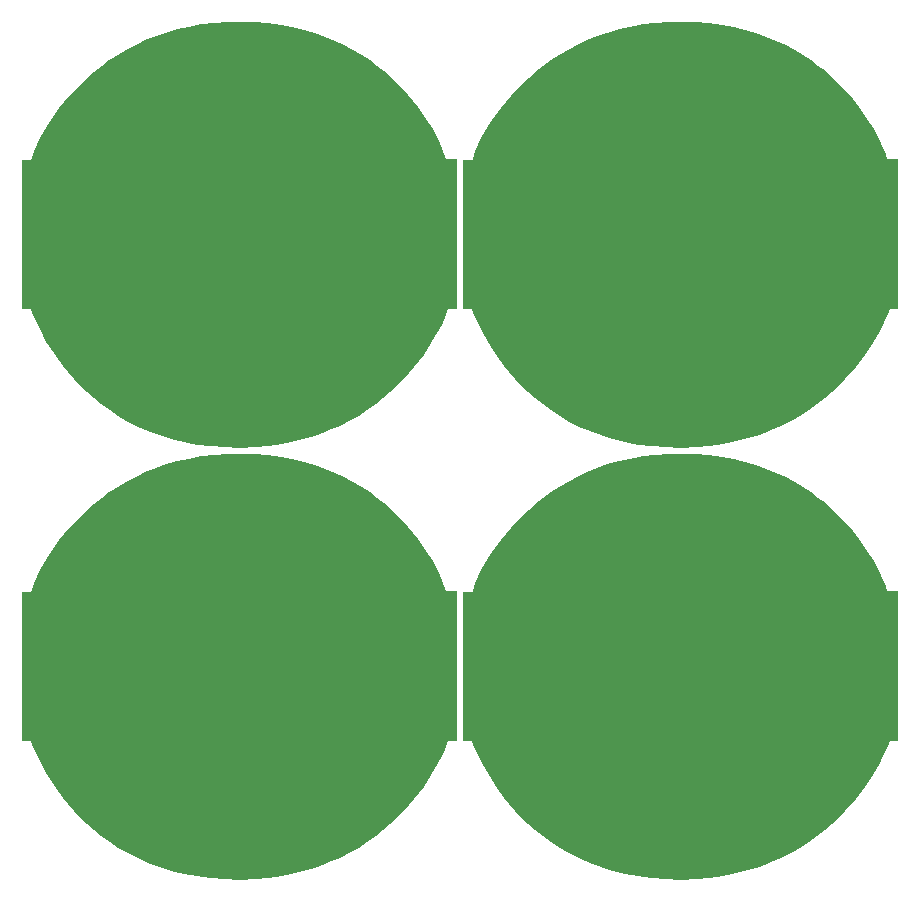
<source format=gbr>
%TF.GenerationSoftware,KiCad,Pcbnew,8.0.4*%
%TF.CreationDate,2024-08-25T23:20:03-07:00*%
%TF.ProjectId,HackthePlanetPin_panelized,4861636b-7468-4655-906c-616e65745069,rev?*%
%TF.SameCoordinates,Original*%
%TF.FileFunction,Copper,L1,Top*%
%TF.FilePolarity,Positive*%
%FSLAX46Y46*%
G04 Gerber Fmt 4.6, Leading zero omitted, Abs format (unit mm)*
G04 Created by KiCad (PCBNEW 8.0.4) date 2024-08-25 23:20:03*
%MOMM*%
%LPD*%
G01*
G04 APERTURE LIST*
%TA.AperFunction,NonConductor*%
%ADD10C,0.000000*%
%TD*%
G04 APERTURE END LIST*
D10*
%TA.AperFunction,NonConductor*%
G36*
X185875204Y-41021374D02*
G01*
X186976954Y-41110617D01*
X188032594Y-41250747D01*
X189042887Y-41438472D01*
X190008601Y-41670497D01*
X190930500Y-41943532D01*
X191809350Y-42254281D01*
X192645915Y-42599453D01*
X193440961Y-42975755D01*
X194195253Y-43379894D01*
X194909557Y-43808577D01*
X195584638Y-44258510D01*
X196221261Y-44726402D01*
X196820192Y-45208960D01*
X197908037Y-46204899D01*
X198854295Y-47219985D01*
X199665088Y-48227874D01*
X200346540Y-49202224D01*
X200904772Y-50116692D01*
X201345906Y-50944934D01*
X201676065Y-51660608D01*
X201901371Y-52237371D01*
X202027946Y-52648878D01*
X202991083Y-52655149D01*
X202977588Y-65297758D01*
X202244164Y-65309349D01*
X202151295Y-65588036D01*
X201950317Y-66076332D01*
X201687354Y-66637024D01*
X201305636Y-67364587D01*
X200797338Y-68225901D01*
X200154631Y-69187849D01*
X199369688Y-70217310D01*
X198921431Y-70747009D01*
X198434680Y-71281167D01*
X197908456Y-71815644D01*
X197341780Y-72346300D01*
X196733675Y-72868995D01*
X196083162Y-73379590D01*
X195389261Y-73873944D01*
X194650996Y-74347918D01*
X193867386Y-74797372D01*
X193037455Y-75218166D01*
X192160223Y-75606160D01*
X191234712Y-75957215D01*
X190259943Y-76267189D01*
X189234938Y-76531945D01*
X188158719Y-76747341D01*
X187030307Y-76909238D01*
X185848724Y-77013496D01*
X184612991Y-77055975D01*
X183331759Y-77032289D01*
X182109578Y-76942942D01*
X180945236Y-76792289D01*
X179837521Y-76584686D01*
X178785222Y-76324486D01*
X177787127Y-76016046D01*
X176842026Y-75663720D01*
X175948706Y-75271863D01*
X175105955Y-74844831D01*
X174312563Y-74386978D01*
X173567318Y-73902660D01*
X172869009Y-73396232D01*
X172216423Y-72872049D01*
X171608350Y-72334465D01*
X170520895Y-71236518D01*
X169596952Y-70137231D01*
X168826829Y-69071446D01*
X168200833Y-68074002D01*
X167709274Y-67179741D01*
X167090695Y-65840129D01*
X166893557Y-65331335D01*
X166656791Y-65328082D01*
X166422460Y-65326425D01*
X166135526Y-65325780D01*
X166146083Y-52696504D01*
X166516228Y-52699203D01*
X166781117Y-52700120D01*
X166923402Y-52698568D01*
X166923763Y-52695064D01*
X166924080Y-52692386D01*
X166924365Y-52690405D01*
X166924629Y-52688990D01*
X166924884Y-52688014D01*
X166925142Y-52687346D01*
X166925415Y-52686859D01*
X166925714Y-52686422D01*
X166926051Y-52685908D01*
X166926438Y-52685186D01*
X166926887Y-52684128D01*
X166927409Y-52682605D01*
X166928017Y-52680487D01*
X166928721Y-52677646D01*
X166929533Y-52673953D01*
X166930466Y-52669278D01*
X167034884Y-52300096D01*
X167248792Y-51751025D01*
X167577523Y-51050298D01*
X168026412Y-50226148D01*
X168600790Y-49306808D01*
X169305992Y-48320512D01*
X170147350Y-47295493D01*
X170620754Y-46777286D01*
X171130197Y-46259985D01*
X171676346Y-45747120D01*
X172259867Y-45242221D01*
X172881428Y-44748816D01*
X173541693Y-44270434D01*
X174241331Y-43810605D01*
X174981008Y-43372858D01*
X175761391Y-42960723D01*
X176583145Y-42577727D01*
X177446939Y-42227401D01*
X178353438Y-41913273D01*
X179303309Y-41638873D01*
X180297219Y-41407730D01*
X181335834Y-41223373D01*
X182419821Y-41089331D01*
X183549847Y-41009134D01*
X184726578Y-40986310D01*
X185875204Y-41021374D01*
G37*
%TD.AperFunction*%
%TA.AperFunction,NonConductor*%
G36*
X185875204Y-77591039D02*
G01*
X186976954Y-77680282D01*
X188032594Y-77820412D01*
X189042887Y-78008137D01*
X190008601Y-78240162D01*
X190930500Y-78513197D01*
X191809350Y-78823946D01*
X192645915Y-79169118D01*
X193440961Y-79545420D01*
X194195253Y-79949559D01*
X194909557Y-80378242D01*
X195584638Y-80828175D01*
X196221261Y-81296067D01*
X196820192Y-81778625D01*
X197908037Y-82774564D01*
X198854295Y-83789650D01*
X199665088Y-84797539D01*
X200346540Y-85771889D01*
X200904772Y-86686357D01*
X201345906Y-87514599D01*
X201676065Y-88230273D01*
X201901371Y-88807036D01*
X202027946Y-89218543D01*
X202991083Y-89224814D01*
X202977588Y-101867423D01*
X202244164Y-101879014D01*
X202151295Y-102157701D01*
X201950317Y-102645997D01*
X201687354Y-103206689D01*
X201305636Y-103934252D01*
X200797338Y-104795566D01*
X200154631Y-105757514D01*
X199369688Y-106786975D01*
X198921431Y-107316674D01*
X198434680Y-107850832D01*
X197908456Y-108385309D01*
X197341780Y-108915965D01*
X196733675Y-109438660D01*
X196083162Y-109949255D01*
X195389261Y-110443609D01*
X194650996Y-110917583D01*
X193867386Y-111367037D01*
X193037455Y-111787831D01*
X192160223Y-112175825D01*
X191234712Y-112526880D01*
X190259943Y-112836854D01*
X189234938Y-113101610D01*
X188158719Y-113317006D01*
X187030307Y-113478903D01*
X185848724Y-113583161D01*
X184612991Y-113625640D01*
X183331759Y-113601954D01*
X182109578Y-113512607D01*
X180945236Y-113361954D01*
X179837521Y-113154351D01*
X178785222Y-112894151D01*
X177787127Y-112585711D01*
X176842026Y-112233385D01*
X175948706Y-111841528D01*
X175105955Y-111414496D01*
X174312563Y-110956643D01*
X173567318Y-110472325D01*
X172869009Y-109965897D01*
X172216423Y-109441714D01*
X171608350Y-108904130D01*
X170520895Y-107806183D01*
X169596952Y-106706896D01*
X168826829Y-105641111D01*
X168200833Y-104643667D01*
X167709274Y-103749406D01*
X167090695Y-102409794D01*
X166893557Y-101901000D01*
X166656791Y-101897747D01*
X166422460Y-101896090D01*
X166135526Y-101895445D01*
X166146083Y-89266169D01*
X166516228Y-89268868D01*
X166781117Y-89269785D01*
X166923402Y-89268233D01*
X166923763Y-89264729D01*
X166924080Y-89262051D01*
X166924365Y-89260070D01*
X166924629Y-89258655D01*
X166924884Y-89257679D01*
X166925142Y-89257011D01*
X166925415Y-89256524D01*
X166925714Y-89256087D01*
X166926051Y-89255573D01*
X166926438Y-89254851D01*
X166926887Y-89253793D01*
X166927409Y-89252270D01*
X166928017Y-89250152D01*
X166928721Y-89247311D01*
X166929533Y-89243618D01*
X166930466Y-89238943D01*
X167034884Y-88869761D01*
X167248792Y-88320690D01*
X167577523Y-87619963D01*
X168026412Y-86795813D01*
X168600790Y-85876473D01*
X169305992Y-84890177D01*
X170147350Y-83865158D01*
X170620754Y-83346951D01*
X171130197Y-82829650D01*
X171676346Y-82316785D01*
X172259867Y-81811886D01*
X172881428Y-81318481D01*
X173541693Y-80840099D01*
X174241331Y-80380270D01*
X174981008Y-79942523D01*
X175761391Y-79530388D01*
X176583145Y-79147392D01*
X177446939Y-78797066D01*
X178353438Y-78482938D01*
X179303309Y-78208538D01*
X180297219Y-77977395D01*
X181335834Y-77793038D01*
X182419821Y-77658996D01*
X183549847Y-77578799D01*
X184726578Y-77555975D01*
X185875204Y-77591039D01*
G37*
%TD.AperFunction*%
%TA.AperFunction,NonConductor*%
G36*
X148519647Y-41021374D02*
G01*
X149621397Y-41110617D01*
X150677037Y-41250747D01*
X151687330Y-41438472D01*
X152653044Y-41670497D01*
X153574943Y-41943532D01*
X154453793Y-42254281D01*
X155290358Y-42599453D01*
X156085404Y-42975755D01*
X156839696Y-43379894D01*
X157554000Y-43808577D01*
X158229081Y-44258510D01*
X158865704Y-44726402D01*
X159464635Y-45208960D01*
X160552480Y-46204899D01*
X161498738Y-47219985D01*
X162309531Y-48227874D01*
X162990983Y-49202224D01*
X163549215Y-50116692D01*
X163990349Y-50944934D01*
X164320508Y-51660608D01*
X164545814Y-52237371D01*
X164672389Y-52648878D01*
X165635526Y-52655149D01*
X165622031Y-65297758D01*
X164888607Y-65309349D01*
X164795738Y-65588036D01*
X164594760Y-66076332D01*
X164331797Y-66637024D01*
X163950079Y-67364587D01*
X163441781Y-68225901D01*
X162799074Y-69187849D01*
X162014131Y-70217310D01*
X161565874Y-70747009D01*
X161079123Y-71281167D01*
X160552899Y-71815644D01*
X159986223Y-72346300D01*
X159378118Y-72868995D01*
X158727605Y-73379590D01*
X158033704Y-73873944D01*
X157295439Y-74347918D01*
X156511829Y-74797372D01*
X155681898Y-75218166D01*
X154804666Y-75606160D01*
X153879155Y-75957215D01*
X152904386Y-76267189D01*
X151879381Y-76531945D01*
X150803162Y-76747341D01*
X149674750Y-76909238D01*
X148493167Y-77013496D01*
X147257434Y-77055975D01*
X145976202Y-77032289D01*
X144754021Y-76942942D01*
X143589679Y-76792289D01*
X142481964Y-76584686D01*
X141429665Y-76324486D01*
X140431570Y-76016046D01*
X139486469Y-75663720D01*
X138593149Y-75271863D01*
X137750398Y-74844831D01*
X136957006Y-74386978D01*
X136211761Y-73902660D01*
X135513452Y-73396232D01*
X134860866Y-72872049D01*
X134252793Y-72334465D01*
X133165338Y-71236518D01*
X132241395Y-70137231D01*
X131471272Y-69071446D01*
X130845276Y-68074002D01*
X130353717Y-67179741D01*
X129735138Y-65840129D01*
X129538000Y-65331335D01*
X129301234Y-65328082D01*
X129066903Y-65326425D01*
X128779969Y-65325780D01*
X128790526Y-52696504D01*
X129160671Y-52699203D01*
X129425560Y-52700120D01*
X129567845Y-52698568D01*
X129568206Y-52695064D01*
X129568523Y-52692386D01*
X129568808Y-52690405D01*
X129569072Y-52688990D01*
X129569327Y-52688014D01*
X129569585Y-52687346D01*
X129569858Y-52686859D01*
X129570157Y-52686422D01*
X129570494Y-52685908D01*
X129570881Y-52685186D01*
X129571330Y-52684128D01*
X129571852Y-52682605D01*
X129572460Y-52680487D01*
X129573164Y-52677646D01*
X129573976Y-52673953D01*
X129574909Y-52669278D01*
X129679327Y-52300096D01*
X129893235Y-51751025D01*
X130221966Y-51050298D01*
X130670855Y-50226148D01*
X131245233Y-49306808D01*
X131950435Y-48320512D01*
X132791793Y-47295493D01*
X133265197Y-46777286D01*
X133774640Y-46259985D01*
X134320789Y-45747120D01*
X134904310Y-45242221D01*
X135525871Y-44748816D01*
X136186136Y-44270434D01*
X136885774Y-43810605D01*
X137625451Y-43372858D01*
X138405834Y-42960723D01*
X139227588Y-42577727D01*
X140091382Y-42227401D01*
X140997881Y-41913273D01*
X141947752Y-41638873D01*
X142941662Y-41407730D01*
X143980277Y-41223373D01*
X145064264Y-41089331D01*
X146194290Y-41009134D01*
X147371021Y-40986310D01*
X148519647Y-41021374D01*
G37*
%TD.AperFunction*%
%TA.AperFunction,NonConductor*%
G36*
X148519647Y-77591039D02*
G01*
X149621397Y-77680282D01*
X150677037Y-77820412D01*
X151687330Y-78008137D01*
X152653044Y-78240162D01*
X153574943Y-78513197D01*
X154453793Y-78823946D01*
X155290358Y-79169118D01*
X156085404Y-79545420D01*
X156839696Y-79949559D01*
X157554000Y-80378242D01*
X158229081Y-80828175D01*
X158865704Y-81296067D01*
X159464635Y-81778625D01*
X160552480Y-82774564D01*
X161498738Y-83789650D01*
X162309531Y-84797539D01*
X162990983Y-85771889D01*
X163549215Y-86686357D01*
X163990349Y-87514599D01*
X164320508Y-88230273D01*
X164545814Y-88807036D01*
X164672389Y-89218543D01*
X165635526Y-89224814D01*
X165622031Y-101867423D01*
X164888607Y-101879014D01*
X164795738Y-102157701D01*
X164594760Y-102645997D01*
X164331797Y-103206689D01*
X163950079Y-103934252D01*
X163441781Y-104795566D01*
X162799074Y-105757514D01*
X162014131Y-106786975D01*
X161565874Y-107316674D01*
X161079123Y-107850832D01*
X160552899Y-108385309D01*
X159986223Y-108915965D01*
X159378118Y-109438660D01*
X158727605Y-109949255D01*
X158033704Y-110443609D01*
X157295439Y-110917583D01*
X156511829Y-111367037D01*
X155681898Y-111787831D01*
X154804666Y-112175825D01*
X153879155Y-112526880D01*
X152904386Y-112836854D01*
X151879381Y-113101610D01*
X150803162Y-113317006D01*
X149674750Y-113478903D01*
X148493167Y-113583161D01*
X147257434Y-113625640D01*
X145976202Y-113601954D01*
X144754021Y-113512607D01*
X143589679Y-113361954D01*
X142481964Y-113154351D01*
X141429665Y-112894151D01*
X140431570Y-112585711D01*
X139486469Y-112233385D01*
X138593149Y-111841528D01*
X137750398Y-111414496D01*
X136957006Y-110956643D01*
X136211761Y-110472325D01*
X135513452Y-109965897D01*
X134860866Y-109441714D01*
X134252793Y-108904130D01*
X133165338Y-107806183D01*
X132241395Y-106706896D01*
X131471272Y-105641111D01*
X130845276Y-104643667D01*
X130353717Y-103749406D01*
X129735138Y-102409794D01*
X129538000Y-101901000D01*
X129301234Y-101897747D01*
X129066903Y-101896090D01*
X128779969Y-101895445D01*
X128790526Y-89266169D01*
X129160671Y-89268868D01*
X129425560Y-89269785D01*
X129567845Y-89268233D01*
X129568206Y-89264729D01*
X129568523Y-89262051D01*
X129568808Y-89260070D01*
X129569072Y-89258655D01*
X129569327Y-89257679D01*
X129569585Y-89257011D01*
X129569858Y-89256524D01*
X129570157Y-89256087D01*
X129570494Y-89255573D01*
X129570881Y-89254851D01*
X129571330Y-89253793D01*
X129571852Y-89252270D01*
X129572460Y-89250152D01*
X129573164Y-89247311D01*
X129573976Y-89243618D01*
X129574909Y-89238943D01*
X129679327Y-88869761D01*
X129893235Y-88320690D01*
X130221966Y-87619963D01*
X130670855Y-86795813D01*
X131245233Y-85876473D01*
X131950435Y-84890177D01*
X132791793Y-83865158D01*
X133265197Y-83346951D01*
X133774640Y-82829650D01*
X134320789Y-82316785D01*
X134904310Y-81811886D01*
X135525871Y-81318481D01*
X136186136Y-80840099D01*
X136885774Y-80380270D01*
X137625451Y-79942523D01*
X138405834Y-79530388D01*
X139227588Y-79147392D01*
X140091382Y-78797066D01*
X140997881Y-78482938D01*
X141947752Y-78208538D01*
X142941662Y-77977395D01*
X143980277Y-77793038D01*
X145064264Y-77658996D01*
X146194290Y-77578799D01*
X147371021Y-77555975D01*
X148519647Y-77591039D01*
G37*
%TD.AperFunction*%
M02*

</source>
